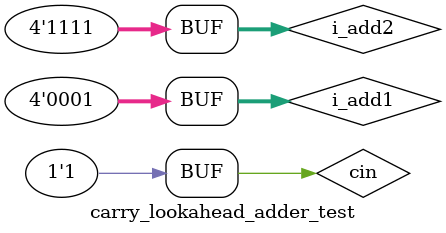
<source format=v>
`timescale 1ns / 1ps
module carry_lookahead_adder_test;
	reg [3:0] i_add1;
	reg [3:0] i_add2;
	reg cin;
	wire [3:0] o_result;
	carry_lookahead_adder_4_bit uut (
		.i_add1(i_add1),
		.i_add2(i_add2),
		.i_carry(cin),
		.o_result(o_result),
		.o_carry(o_carry)
	);

	initial begin
		cin = 1'b0;
		i_add1 = 4'b0011;
		i_add2 = 4'b1100;
		#100;
		cin = 1'b1;
      	i_add1 = 4'b0011;
		i_add2 = 4'b1100;

		#100;
		cin = 1'b1;
		i_add1 = 4'b0001;
		i_add2 = 4'b1111;
	end

endmodule


</source>
